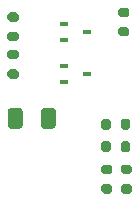
<source format=gbr>
%TF.GenerationSoftware,KiCad,Pcbnew,(5.1.7)-1*%
%TF.CreationDate,2021-02-10T19:53:02+00:00*%
%TF.ProjectId,SCSI to SCA MK5.1,53435349-2074-46f2-9053-4341204d4b35,rev?*%
%TF.SameCoordinates,Original*%
%TF.FileFunction,Paste,Bot*%
%TF.FilePolarity,Positive*%
%FSLAX46Y46*%
G04 Gerber Fmt 4.6, Leading zero omitted, Abs format (unit mm)*
G04 Created by KiCad (PCBNEW (5.1.7)-1) date 2021-02-10 19:53:02*
%MOMM*%
%LPD*%
G01*
G04 APERTURE LIST*
%ADD10R,0.700000X0.450000*%
G04 APERTURE END LIST*
D10*
%TO.C,Q2*%
X38036500Y-127825500D03*
X36036500Y-127175500D03*
X36036500Y-128475500D03*
%TD*%
%TO.C,Q1*%
X38036500Y-124269500D03*
X36036500Y-123619500D03*
X36036500Y-124919500D03*
%TD*%
%TO.C,R34*%
G36*
G01*
X40847600Y-123841560D02*
X41397600Y-123841560D01*
G75*
G02*
X41597600Y-124041560I0J-200000D01*
G01*
X41597600Y-124441560D01*
G75*
G02*
X41397600Y-124641560I-200000J0D01*
G01*
X40847600Y-124641560D01*
G75*
G02*
X40647600Y-124441560I0J200000D01*
G01*
X40647600Y-124041560D01*
G75*
G02*
X40847600Y-123841560I200000J0D01*
G01*
G37*
G36*
G01*
X40847600Y-122191560D02*
X41397600Y-122191560D01*
G75*
G02*
X41597600Y-122391560I0J-200000D01*
G01*
X41597600Y-122791560D01*
G75*
G02*
X41397600Y-122991560I-200000J0D01*
G01*
X40847600Y-122991560D01*
G75*
G02*
X40647600Y-122791560I0J200000D01*
G01*
X40647600Y-122391560D01*
G75*
G02*
X40847600Y-122191560I200000J0D01*
G01*
G37*
%TD*%
%TO.C,R33*%
G36*
G01*
X41613500Y-136290000D02*
X41063500Y-136290000D01*
G75*
G02*
X40863500Y-136090000I0J200000D01*
G01*
X40863500Y-135690000D01*
G75*
G02*
X41063500Y-135490000I200000J0D01*
G01*
X41613500Y-135490000D01*
G75*
G02*
X41813500Y-135690000I0J-200000D01*
G01*
X41813500Y-136090000D01*
G75*
G02*
X41613500Y-136290000I-200000J0D01*
G01*
G37*
G36*
G01*
X41613500Y-137940000D02*
X41063500Y-137940000D01*
G75*
G02*
X40863500Y-137740000I0J200000D01*
G01*
X40863500Y-137340000D01*
G75*
G02*
X41063500Y-137140000I200000J0D01*
G01*
X41613500Y-137140000D01*
G75*
G02*
X41813500Y-137340000I0J-200000D01*
G01*
X41813500Y-137740000D01*
G75*
G02*
X41613500Y-137940000I-200000J0D01*
G01*
G37*
%TD*%
%TO.C,R5*%
G36*
G01*
X40875000Y-134260000D02*
X40875000Y-133710000D01*
G75*
G02*
X41075000Y-133510000I200000J0D01*
G01*
X41475000Y-133510000D01*
G75*
G02*
X41675000Y-133710000I0J-200000D01*
G01*
X41675000Y-134260000D01*
G75*
G02*
X41475000Y-134460000I-200000J0D01*
G01*
X41075000Y-134460000D01*
G75*
G02*
X40875000Y-134260000I0J200000D01*
G01*
G37*
G36*
G01*
X39225000Y-134260000D02*
X39225000Y-133710000D01*
G75*
G02*
X39425000Y-133510000I200000J0D01*
G01*
X39825000Y-133510000D01*
G75*
G02*
X40025000Y-133710000I0J-200000D01*
G01*
X40025000Y-134260000D01*
G75*
G02*
X39825000Y-134460000I-200000J0D01*
G01*
X39425000Y-134460000D01*
G75*
G02*
X39225000Y-134260000I0J200000D01*
G01*
G37*
%TD*%
%TO.C,R4*%
G36*
G01*
X40875000Y-132355000D02*
X40875000Y-131805000D01*
G75*
G02*
X41075000Y-131605000I200000J0D01*
G01*
X41475000Y-131605000D01*
G75*
G02*
X41675000Y-131805000I0J-200000D01*
G01*
X41675000Y-132355000D01*
G75*
G02*
X41475000Y-132555000I-200000J0D01*
G01*
X41075000Y-132555000D01*
G75*
G02*
X40875000Y-132355000I0J200000D01*
G01*
G37*
G36*
G01*
X39225000Y-132355000D02*
X39225000Y-131805000D01*
G75*
G02*
X39425000Y-131605000I200000J0D01*
G01*
X39825000Y-131605000D01*
G75*
G02*
X40025000Y-131805000I0J-200000D01*
G01*
X40025000Y-132355000D01*
G75*
G02*
X39825000Y-132555000I-200000J0D01*
G01*
X39425000Y-132555000D01*
G75*
G02*
X39225000Y-132355000I0J200000D01*
G01*
G37*
%TD*%
%TO.C,R3*%
G36*
G01*
X32025000Y-123400500D02*
X31475000Y-123400500D01*
G75*
G02*
X31275000Y-123200500I0J200000D01*
G01*
X31275000Y-122800500D01*
G75*
G02*
X31475000Y-122600500I200000J0D01*
G01*
X32025000Y-122600500D01*
G75*
G02*
X32225000Y-122800500I0J-200000D01*
G01*
X32225000Y-123200500D01*
G75*
G02*
X32025000Y-123400500I-200000J0D01*
G01*
G37*
G36*
G01*
X32025000Y-125050500D02*
X31475000Y-125050500D01*
G75*
G02*
X31275000Y-124850500I0J200000D01*
G01*
X31275000Y-124450500D01*
G75*
G02*
X31475000Y-124250500I200000J0D01*
G01*
X32025000Y-124250500D01*
G75*
G02*
X32225000Y-124450500I0J-200000D01*
G01*
X32225000Y-124850500D01*
G75*
G02*
X32025000Y-125050500I-200000J0D01*
G01*
G37*
%TD*%
%TO.C,R2*%
G36*
G01*
X32025000Y-126574500D02*
X31475000Y-126574500D01*
G75*
G02*
X31275000Y-126374500I0J200000D01*
G01*
X31275000Y-125974500D01*
G75*
G02*
X31475000Y-125774500I200000J0D01*
G01*
X32025000Y-125774500D01*
G75*
G02*
X32225000Y-125974500I0J-200000D01*
G01*
X32225000Y-126374500D01*
G75*
G02*
X32025000Y-126574500I-200000J0D01*
G01*
G37*
G36*
G01*
X32025000Y-128224500D02*
X31475000Y-128224500D01*
G75*
G02*
X31275000Y-128024500I0J200000D01*
G01*
X31275000Y-127624500D01*
G75*
G02*
X31475000Y-127424500I200000J0D01*
G01*
X32025000Y-127424500D01*
G75*
G02*
X32225000Y-127624500I0J-200000D01*
G01*
X32225000Y-128024500D01*
G75*
G02*
X32025000Y-128224500I-200000J0D01*
G01*
G37*
%TD*%
%TO.C,R1*%
G36*
G01*
X39962500Y-136291000D02*
X39412500Y-136291000D01*
G75*
G02*
X39212500Y-136091000I0J200000D01*
G01*
X39212500Y-135691000D01*
G75*
G02*
X39412500Y-135491000I200000J0D01*
G01*
X39962500Y-135491000D01*
G75*
G02*
X40162500Y-135691000I0J-200000D01*
G01*
X40162500Y-136091000D01*
G75*
G02*
X39962500Y-136291000I-200000J0D01*
G01*
G37*
G36*
G01*
X39962500Y-137941000D02*
X39412500Y-137941000D01*
G75*
G02*
X39212500Y-137741000I0J200000D01*
G01*
X39212500Y-137341000D01*
G75*
G02*
X39412500Y-137141000I200000J0D01*
G01*
X39962500Y-137141000D01*
G75*
G02*
X40162500Y-137341000I0J-200000D01*
G01*
X40162500Y-137741000D01*
G75*
G02*
X39962500Y-137941000I-200000J0D01*
G01*
G37*
%TD*%
%TO.C,F1*%
G36*
G01*
X32559500Y-130947000D02*
X32559500Y-132197000D01*
G75*
G02*
X32309500Y-132447000I-250000J0D01*
G01*
X31559500Y-132447000D01*
G75*
G02*
X31309500Y-132197000I0J250000D01*
G01*
X31309500Y-130947000D01*
G75*
G02*
X31559500Y-130697000I250000J0D01*
G01*
X32309500Y-130697000D01*
G75*
G02*
X32559500Y-130947000I0J-250000D01*
G01*
G37*
G36*
G01*
X35359500Y-130947000D02*
X35359500Y-132197000D01*
G75*
G02*
X35109500Y-132447000I-250000J0D01*
G01*
X34359500Y-132447000D01*
G75*
G02*
X34109500Y-132197000I0J250000D01*
G01*
X34109500Y-130947000D01*
G75*
G02*
X34359500Y-130697000I250000J0D01*
G01*
X35109500Y-130697000D01*
G75*
G02*
X35359500Y-130947000I0J-250000D01*
G01*
G37*
%TD*%
M02*

</source>
